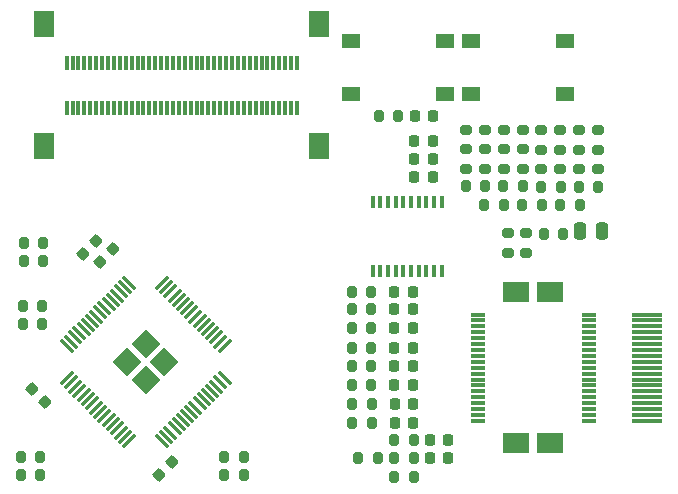
<source format=gbr>
%TF.GenerationSoftware,KiCad,Pcbnew,(6.0.7)*%
%TF.CreationDate,2022-10-26T00:08:39+02:00*%
%TF.ProjectId,TTL_to_HDMI,54544c5f-746f-45f4-9844-4d492e6b6963,rev?*%
%TF.SameCoordinates,Original*%
%TF.FileFunction,Paste,Top*%
%TF.FilePolarity,Positive*%
%FSLAX46Y46*%
G04 Gerber Fmt 4.6, Leading zero omitted, Abs format (unit mm)*
G04 Created by KiCad (PCBNEW (6.0.7)) date 2022-10-26 00:08:39*
%MOMM*%
%LPD*%
G01*
G04 APERTURE LIST*
G04 Aperture macros list*
%AMRoundRect*
0 Rectangle with rounded corners*
0 $1 Rounding radius*
0 $2 $3 $4 $5 $6 $7 $8 $9 X,Y pos of 4 corners*
0 Add a 4 corners polygon primitive as box body*
4,1,4,$2,$3,$4,$5,$6,$7,$8,$9,$2,$3,0*
0 Add four circle primitives for the rounded corners*
1,1,$1+$1,$2,$3*
1,1,$1+$1,$4,$5*
1,1,$1+$1,$6,$7*
1,1,$1+$1,$8,$9*
0 Add four rect primitives between the rounded corners*
20,1,$1+$1,$2,$3,$4,$5,0*
20,1,$1+$1,$4,$5,$6,$7,0*
20,1,$1+$1,$6,$7,$8,$9,0*
20,1,$1+$1,$8,$9,$2,$3,0*%
%AMRotRect*
0 Rectangle, with rotation*
0 The origin of the aperture is its center*
0 $1 length*
0 $2 width*
0 $3 Rotation angle, in degrees counterclockwise*
0 Add horizontal line*
21,1,$1,$2,0,0,$3*%
G04 Aperture macros list end*
%ADD10RoundRect,0.200000X-0.275000X0.200000X-0.275000X-0.200000X0.275000X-0.200000X0.275000X0.200000X0*%
%ADD11RoundRect,0.200000X-0.200000X-0.275000X0.200000X-0.275000X0.200000X0.275000X-0.200000X0.275000X0*%
%ADD12RoundRect,0.250000X0.250000X0.475000X-0.250000X0.475000X-0.250000X-0.475000X0.250000X-0.475000X0*%
%ADD13RoundRect,0.225000X-0.225000X-0.250000X0.225000X-0.250000X0.225000X0.250000X-0.225000X0.250000X0*%
%ADD14R,1.300000X0.300000*%
%ADD15R,2.200000X1.800000*%
%ADD16RoundRect,0.200000X0.200000X0.275000X-0.200000X0.275000X-0.200000X-0.275000X0.200000X-0.275000X0*%
%ADD17RoundRect,0.225000X0.225000X0.250000X-0.225000X0.250000X-0.225000X-0.250000X0.225000X-0.250000X0*%
%ADD18RoundRect,0.225000X0.017678X-0.335876X0.335876X-0.017678X-0.017678X0.335876X-0.335876X0.017678X0*%
%ADD19R,0.400000X1.000000*%
%ADD20R,0.300000X1.300000*%
%ADD21R,1.800000X2.200000*%
%ADD22R,1.550000X1.300000*%
%ADD23R,2.600000X0.300000*%
%ADD24RoundRect,0.225000X-0.017678X0.335876X-0.335876X0.017678X0.017678X-0.335876X0.335876X-0.017678X0*%
%ADD25RoundRect,0.225000X-0.335876X-0.017678X-0.017678X-0.335876X0.335876X0.017678X0.017678X0.335876X0*%
%ADD26RotRect,1.750000X1.750000X135.000000*%
%ADD27RotRect,1.500000X0.300000X315.000000*%
%ADD28RotRect,1.500000X0.300000X45.000000*%
G04 APERTURE END LIST*
D10*
%TO.C,R32*%
X115200000Y-86675000D03*
X115200000Y-88325000D03*
%TD*%
D11*
%TO.C,R3*%
X89925000Y-114200000D03*
X91575000Y-114200000D03*
%TD*%
D12*
%TO.C,D1*%
X121950000Y-93600000D03*
X120050000Y-93600000D03*
%TD*%
D13*
%TO.C,C14*%
X104350000Y-103450000D03*
X105900000Y-103450000D03*
%TD*%
D10*
%TO.C,R38*%
X116800000Y-86700000D03*
X116800000Y-88350000D03*
%TD*%
D14*
%TO.C,J6*%
X111434000Y-109656000D03*
X111434000Y-109156000D03*
X111434000Y-108656000D03*
X111434000Y-108156000D03*
X111434000Y-107656000D03*
X111434000Y-107156000D03*
X111434000Y-106656000D03*
X111434000Y-106156000D03*
X111434000Y-105656000D03*
X111434000Y-105156000D03*
X111434000Y-104656000D03*
X111434000Y-104156000D03*
X111434000Y-103656000D03*
X111434000Y-103156000D03*
X111434000Y-102656000D03*
X111434000Y-102156000D03*
X111434000Y-101656000D03*
X111434000Y-101156000D03*
X111434000Y-100656000D03*
D15*
X114684000Y-98756000D03*
X114684000Y-111556000D03*
%TD*%
D11*
%TO.C,R39*%
X116775000Y-89825000D03*
X118425000Y-89825000D03*
%TD*%
%TO.C,R22*%
X100750000Y-106650000D03*
X102400000Y-106650000D03*
%TD*%
D13*
%TO.C,C15*%
X104356000Y-106650000D03*
X105906000Y-106650000D03*
%TD*%
D16*
%TO.C,R12*%
X74600000Y-94600000D03*
X72950000Y-94600000D03*
%TD*%
D11*
%TO.C,R19*%
X100744000Y-101800000D03*
X102394000Y-101800000D03*
%TD*%
%TO.C,R18*%
X100750000Y-100225000D03*
X102400000Y-100225000D03*
%TD*%
D10*
%TO.C,R16*%
X112000000Y-86675000D03*
X112000000Y-88325000D03*
%TD*%
D11*
%TO.C,R28*%
X104325000Y-114375000D03*
X105975000Y-114375000D03*
%TD*%
%TO.C,R6*%
X72725000Y-112675000D03*
X74375000Y-112675000D03*
%TD*%
D10*
%TO.C,R26*%
X113600000Y-85025000D03*
X113600000Y-86675000D03*
%TD*%
D17*
%TO.C,C18*%
X108925000Y-111250000D03*
X107375000Y-111250000D03*
%TD*%
D18*
%TO.C,C8*%
X84451992Y-114248008D03*
X85548008Y-113151992D03*
%TD*%
D17*
%TO.C,C2*%
X107650000Y-83875000D03*
X106100000Y-83875000D03*
%TD*%
D10*
%TO.C,R27*%
X113600000Y-86675000D03*
X113600000Y-88325000D03*
%TD*%
D16*
%TO.C,R5*%
X74375000Y-114200000D03*
X72725000Y-114200000D03*
%TD*%
D10*
%TO.C,R33*%
X113975000Y-93775000D03*
X113975000Y-95425000D03*
%TD*%
%TO.C,R8*%
X110380000Y-85025000D03*
X110380000Y-86675000D03*
%TD*%
D19*
%TO.C,U1*%
X108350000Y-91150000D03*
X107700000Y-91150000D03*
X107050000Y-91150000D03*
X106400000Y-91150000D03*
X105750000Y-91150000D03*
X105100000Y-91150000D03*
X104450000Y-91150000D03*
X103800000Y-91150000D03*
X103150000Y-91150000D03*
X102500000Y-91150000D03*
X102500000Y-96950000D03*
X103150000Y-96950000D03*
X103800000Y-96950000D03*
X104450000Y-96950000D03*
X105100000Y-96950000D03*
X105750000Y-96950000D03*
X106400000Y-96950000D03*
X107050000Y-96950000D03*
X107700000Y-96950000D03*
X108350000Y-96950000D03*
%TD*%
D11*
%TO.C,R4*%
X116975000Y-93800000D03*
X118625000Y-93800000D03*
%TD*%
D13*
%TO.C,C13*%
X104350000Y-100225000D03*
X105900000Y-100225000D03*
%TD*%
D11*
%TO.C,R14*%
X104325000Y-111250000D03*
X105975000Y-111250000D03*
%TD*%
%TO.C,R35*%
X104325000Y-112775000D03*
X105975000Y-112775000D03*
%TD*%
D20*
%TO.C,J2*%
X76600000Y-83125000D03*
X77100000Y-83125000D03*
X77600000Y-83125000D03*
X78100000Y-83125000D03*
X78600000Y-83125000D03*
X79100000Y-83125000D03*
X79600000Y-83125000D03*
X80100000Y-83125000D03*
X80600000Y-83125000D03*
X81100000Y-83125000D03*
X81600000Y-83125000D03*
X82100000Y-83125000D03*
X82600000Y-83125000D03*
X83100000Y-83125000D03*
X83600000Y-83125000D03*
X84100000Y-83125000D03*
X84600000Y-83125000D03*
X85100000Y-83125000D03*
X85600000Y-83125000D03*
X86100000Y-83125000D03*
X86600000Y-83125000D03*
X87100000Y-83125000D03*
X87600000Y-83125000D03*
X88100000Y-83125000D03*
X88600000Y-83125000D03*
X89100000Y-83125000D03*
X89600000Y-83125000D03*
X90100000Y-83125000D03*
X90600000Y-83125000D03*
X91100000Y-83125000D03*
X91600000Y-83125000D03*
X92100000Y-83125000D03*
X92600000Y-83125000D03*
X93100000Y-83125000D03*
X93600000Y-83125000D03*
X94100000Y-83125000D03*
X94600000Y-83125000D03*
X95100000Y-83125000D03*
X95600000Y-83125000D03*
X96100000Y-83125000D03*
D21*
X98000000Y-86375000D03*
X74700000Y-86375000D03*
%TD*%
D10*
%TO.C,R31*%
X115200000Y-85025000D03*
X115200000Y-86675000D03*
%TD*%
D22*
%TO.C,SW2*%
X100673000Y-82006000D03*
X108623000Y-82006000D03*
X100673000Y-77506000D03*
X108623000Y-77506000D03*
%TD*%
D16*
%TO.C,R2*%
X91575000Y-112675000D03*
X89925000Y-112675000D03*
%TD*%
D10*
%TO.C,R46*%
X121600000Y-85050000D03*
X121600000Y-86700000D03*
%TD*%
D11*
%TO.C,R25*%
X111975000Y-91350000D03*
X113625000Y-91350000D03*
%TD*%
D10*
%TO.C,R34*%
X115500000Y-93775000D03*
X115500000Y-95425000D03*
%TD*%
%TO.C,R44*%
X120000000Y-86700000D03*
X120000000Y-88350000D03*
%TD*%
%TO.C,R9*%
X110380000Y-86675000D03*
X110380000Y-88325000D03*
%TD*%
D11*
%TO.C,R13*%
X72875000Y-99900000D03*
X74525000Y-99900000D03*
%TD*%
D13*
%TO.C,C4*%
X106025000Y-89025000D03*
X107575000Y-89025000D03*
%TD*%
D11*
%TO.C,R20*%
X100744000Y-103450000D03*
X102394000Y-103450000D03*
%TD*%
%TO.C,R30*%
X113575000Y-89800000D03*
X115225000Y-89800000D03*
%TD*%
%TO.C,R1*%
X103025000Y-83875000D03*
X104675000Y-83875000D03*
%TD*%
D23*
%TO.C,J4*%
X125747000Y-100656000D03*
X125747000Y-101156000D03*
X125747000Y-101656000D03*
X125747000Y-102156000D03*
X125747000Y-102656000D03*
X125747000Y-103156000D03*
X125747000Y-103656000D03*
X125747000Y-104156000D03*
X125747000Y-104656000D03*
X125747000Y-105156000D03*
X125747000Y-105656000D03*
X125747000Y-106156000D03*
X125747000Y-106656000D03*
X125747000Y-107156000D03*
X125747000Y-107656000D03*
X125747000Y-108156000D03*
X125747000Y-108656000D03*
X125747000Y-109156000D03*
X125747000Y-109656000D03*
%TD*%
D24*
%TO.C,C7*%
X80548008Y-95101992D03*
X79451992Y-96198008D03*
%TD*%
D13*
%TO.C,C9*%
X104350000Y-98750000D03*
X105900000Y-98750000D03*
%TD*%
D10*
%TO.C,R37*%
X116800000Y-85050000D03*
X116800000Y-86700000D03*
%TD*%
D11*
%TO.C,R17*%
X100750000Y-98750000D03*
X102400000Y-98750000D03*
%TD*%
D14*
%TO.C,J5*%
X120783000Y-100656000D03*
X120783000Y-101156000D03*
X120783000Y-101656000D03*
X120783000Y-102156000D03*
X120783000Y-102656000D03*
X120783000Y-103156000D03*
X120783000Y-103656000D03*
X120783000Y-104156000D03*
X120783000Y-104656000D03*
X120783000Y-105156000D03*
X120783000Y-105656000D03*
X120783000Y-106156000D03*
X120783000Y-106656000D03*
X120783000Y-107156000D03*
X120783000Y-107656000D03*
X120783000Y-108156000D03*
X120783000Y-108656000D03*
X120783000Y-109156000D03*
X120783000Y-109656000D03*
D15*
X117533000Y-111556000D03*
X117533000Y-98756000D03*
%TD*%
D13*
%TO.C,C1*%
X106025000Y-85975000D03*
X107575000Y-85975000D03*
%TD*%
D25*
%TO.C,C6*%
X73676992Y-106926992D03*
X74773008Y-108023008D03*
%TD*%
D22*
%TO.C,SW1*%
X118783000Y-82006000D03*
X110833000Y-82006000D03*
X118783000Y-77506000D03*
X110833000Y-77506000D03*
%TD*%
D11*
%TO.C,R23*%
X100775000Y-108204000D03*
X102425000Y-108204000D03*
%TD*%
D20*
%TO.C,J1*%
X96100000Y-79325000D03*
X95600000Y-79325000D03*
X95100000Y-79325000D03*
X94600000Y-79325000D03*
X94100000Y-79325000D03*
X93600000Y-79325000D03*
X93100000Y-79325000D03*
X92600000Y-79325000D03*
X92100000Y-79325000D03*
X91600000Y-79325000D03*
X91100000Y-79325000D03*
X90600000Y-79325000D03*
X90100000Y-79325000D03*
X89600000Y-79325000D03*
X89100000Y-79325000D03*
X88600000Y-79325000D03*
X88100000Y-79325000D03*
X87600000Y-79325000D03*
X87100000Y-79325000D03*
X86600000Y-79325000D03*
X86100000Y-79325000D03*
X85600000Y-79325000D03*
X85100000Y-79325000D03*
X84600000Y-79325000D03*
X84100000Y-79325000D03*
X83600000Y-79325000D03*
X83100000Y-79325000D03*
X82600000Y-79325000D03*
X82100000Y-79325000D03*
X81600000Y-79325000D03*
X81100000Y-79325000D03*
X80600000Y-79325000D03*
X80100000Y-79325000D03*
X79600000Y-79325000D03*
X79100000Y-79325000D03*
X78600000Y-79325000D03*
X78100000Y-79325000D03*
X77600000Y-79325000D03*
X77100000Y-79325000D03*
X76600000Y-79325000D03*
D21*
X98000000Y-76075000D03*
X74700000Y-76075000D03*
%TD*%
D17*
%TO.C,C17*%
X108925000Y-112775000D03*
X107375000Y-112775000D03*
%TD*%
D13*
%TO.C,C11*%
X104350000Y-105000000D03*
X105900000Y-105000000D03*
%TD*%
D10*
%TO.C,R43*%
X120000000Y-85050000D03*
X120000000Y-86700000D03*
%TD*%
D13*
%TO.C,C16*%
X104381000Y-109800000D03*
X105931000Y-109800000D03*
%TD*%
D11*
%TO.C,R29*%
X101300000Y-112775000D03*
X102950000Y-112775000D03*
%TD*%
D13*
%TO.C,C10*%
X104350000Y-101800000D03*
X105900000Y-101800000D03*
%TD*%
D11*
%TO.C,R45*%
X119975000Y-89825000D03*
X121625000Y-89825000D03*
%TD*%
%TO.C,R11*%
X72950000Y-96150000D03*
X74600000Y-96150000D03*
%TD*%
%TO.C,R7*%
X72875000Y-101425000D03*
X74525000Y-101425000D03*
%TD*%
D13*
%TO.C,C12*%
X104381000Y-108204000D03*
X105931000Y-108204000D03*
%TD*%
D11*
%TO.C,R21*%
X100750000Y-105000000D03*
X102400000Y-105000000D03*
%TD*%
D24*
%TO.C,C5*%
X79048008Y-94451992D03*
X77951992Y-95548008D03*
%TD*%
D26*
%TO.C,U2*%
X84851635Y-104673000D03*
X83296000Y-106228635D03*
X83296000Y-103117365D03*
X81740365Y-104673000D03*
D27*
X81917142Y-97990841D03*
X81563588Y-98344394D03*
X81210035Y-98697948D03*
X80856482Y-99051501D03*
X80502928Y-99405054D03*
X80149375Y-99758608D03*
X79795821Y-100112161D03*
X79442268Y-100465715D03*
X79088715Y-100819268D03*
X78735161Y-101172821D03*
X78381608Y-101526375D03*
X78028054Y-101879928D03*
X77674501Y-102233482D03*
X77320948Y-102587035D03*
X76967394Y-102940588D03*
X76613841Y-103294142D03*
D28*
X76613841Y-106051858D03*
X76967394Y-106405412D03*
X77320948Y-106758965D03*
X77674501Y-107112518D03*
X78028054Y-107466072D03*
X78381608Y-107819625D03*
X78735161Y-108173179D03*
X79088715Y-108526732D03*
X79442268Y-108880285D03*
X79795821Y-109233839D03*
X80149375Y-109587392D03*
X80502928Y-109940946D03*
X80856482Y-110294499D03*
X81210035Y-110648052D03*
X81563588Y-111001606D03*
X81917142Y-111355159D03*
D27*
X84674858Y-111355159D03*
X85028412Y-111001606D03*
X85381965Y-110648052D03*
X85735518Y-110294499D03*
X86089072Y-109940946D03*
X86442625Y-109587392D03*
X86796179Y-109233839D03*
X87149732Y-108880285D03*
X87503285Y-108526732D03*
X87856839Y-108173179D03*
X88210392Y-107819625D03*
X88563946Y-107466072D03*
X88917499Y-107112518D03*
X89271052Y-106758965D03*
X89624606Y-106405412D03*
X89978159Y-106051858D03*
D28*
X89978159Y-103294142D03*
X89624606Y-102940588D03*
X89271052Y-102587035D03*
X88917499Y-102233482D03*
X88563946Y-101879928D03*
X88210392Y-101526375D03*
X87856839Y-101172821D03*
X87503285Y-100819268D03*
X87149732Y-100465715D03*
X86796179Y-100112161D03*
X86442625Y-99758608D03*
X86089072Y-99405054D03*
X85735518Y-99051501D03*
X85381965Y-98697948D03*
X85028412Y-98344394D03*
X84674858Y-97990841D03*
%TD*%
D10*
%TO.C,R41*%
X118400000Y-86700000D03*
X118400000Y-88350000D03*
%TD*%
D11*
%TO.C,R42*%
X118375000Y-91350000D03*
X120025000Y-91350000D03*
%TD*%
%TO.C,R10*%
X110375000Y-89800000D03*
X112025000Y-89800000D03*
%TD*%
%TO.C,R36*%
X115175000Y-91350000D03*
X116825000Y-91350000D03*
%TD*%
%TO.C,R24*%
X100775000Y-109800000D03*
X102425000Y-109800000D03*
%TD*%
D10*
%TO.C,R15*%
X112000000Y-85025000D03*
X112000000Y-86675000D03*
%TD*%
D13*
%TO.C,C3*%
X106025000Y-87500000D03*
X107575000Y-87500000D03*
%TD*%
D10*
%TO.C,R47*%
X121600000Y-86700000D03*
X121600000Y-88350000D03*
%TD*%
%TO.C,R40*%
X118400000Y-85050000D03*
X118400000Y-86700000D03*
%TD*%
M02*

</source>
